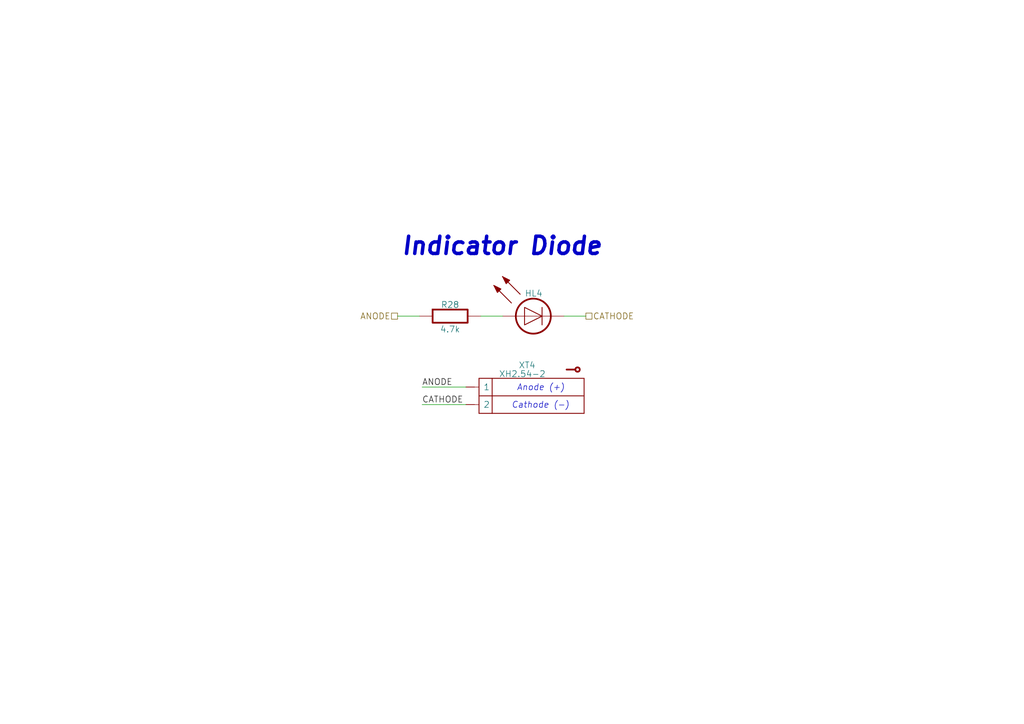
<source format=kicad_sch>
(kicad_sch (version 20211123) (generator eeschema)
  (paper "A4")
  (lib_symbols
    (symbol "Connectors:XT_CONTACT_ARR2" (pin_numbers hide) (pin_names (offset 2.54))
      (property "Reference" "XT" (at -12.7 7.62 0))
      (property "Value" "Connectors_XT_CONTACT_ARR2" (at -12.7 -7.62 0))
      (symbol "XT_CONTACT_ARR2_0_1"
        (polyline (pts (xy -17.78 -2.54) (xy -13.97 -2.54)))
        (polyline (pts (xy -17.78 2.54) (xy -13.97 2.54)))
        (polyline (pts (xy -13.97 -5.08) (xy 16.51 -5.08)) (stroke (width 0.254)))
        (polyline (pts (xy -13.97 0) (xy 16.51 0)) (stroke (width 0.254)))
        (polyline (pts (xy -13.97 5.08) (xy -13.97 -5.08)) (stroke (width 0.254)))
        (polyline (pts (xy -13.97 5.08) (xy 16.51 5.08)) (stroke (width 0.254)))
        (polyline (pts (xy -10.16 5.08) (xy -10.16 -5.08)) (stroke (width 0.254)))
        (polyline (pts (xy 13.97 7.62) (xy 11.43 7.62)) (stroke (width 0.508)))
        (polyline (pts (xy 16.51 5.08) (xy 16.51 -5.08)) (stroke (width 0.254)))
        (circle (center 14.605 7.62) (radius 0.635) (stroke (width 0.508)))
      )
      (symbol "XT_CONTACT_ARR2_1_1"
        (pin passive line (at -17.78 2.54 0) (length 2.54) (name "1") (number "1"))
        (pin passive line (at -17.78 -2.54 0) (length 2.54) (name "2") (number "2"))
      )
    )
    (symbol "Diodes:HL_LED" (pin_names (offset 0))
      (property "Reference" "HL" (at 0 7.62 0))
      (property "Value" "Diodes_HL_LED" (at 0 -7.62 0))
      (symbol "HL_LED_0_1"
        (polyline (pts (xy -6.35 3.81) (xy -11.43 8.89)) (stroke (width 0.254)))
        (polyline (pts (xy -3.81 6.35) (xy -8.89 11.43)) (stroke (width 0.254)))
        (polyline (pts (xy 8.89 0) (xy -8.89 0)))
        (polyline (pts (xy -11.43 8.89) (xy -9.398 7.874) (xy -10.414 6.858) (xy -11.43 8.89)) (stroke (width 0.254)) (fill (type outline)))
        (polyline (pts (xy -8.89 11.43) (xy -6.858 10.414) (xy -7.874 9.398) (xy -8.89 11.43)) (stroke (width 0.254)) (fill (type outline)))
        (polyline (pts (xy 2.54 2.54) (xy 2.54 0) (xy -2.54 2.54) (xy -2.54 -2.54) (xy 2.54 0) (xy 2.54 -2.54)) (stroke (width 0.254)))
        (circle (center 0 0) (radius 5.08) (stroke (width 0.508)))
      )
      (symbol "HL_LED_1_1"
        (pin passive line (at -8.89 0 0) (length 2.54) hide (name "A") (number "1"))
        (pin passive line (at 8.89 0 180) (length 2.54) hide (name "C") (number "2"))
      )
    )
    (symbol "R_RES_15" (pin_names (offset 0))
      (property "Reference" "R" (at 0 3.81 0))
      (property "Value" "R_RES_15" (at 0 -3.81 0))
      (symbol "R_RES_15_0_1"
        (rectangle (start -5.08 1.905) (end 5.08 -1.905) (stroke (width 0.508)))
        (polyline (pts (xy -8.89 0) (xy -5.08 0)))
        (polyline (pts (xy 5.08 0) (xy 8.89 0)))
      )
      (symbol "R_RES_15_1_1"
        (pin passive line (at -8.89 0 0) (length 2.54) hide (name "~") (number "1"))
        (pin passive line (at 8.89 0 180) (length 2.54) hide (name "~") (number "2"))
      )
    )
  )
  (wire (pts (xy 139.446 91.694) (xy 145.796 91.694)))
  (wire (pts (xy 169.926 91.694) (xy 163.576 91.694)))
  (wire (pts (xy 122.428 117.348) (xy 135.128 117.348)))
  (wire (pts (xy 121.666 91.694) (xy 115.316 91.694)))
  (wire (pts (xy 122.428 112.268) (xy 135.128 112.268)))
  (text "Anode (+)" (at 149.86 113.538 0) (effects (font (size 1.778 1.778) italic) (justify left bottom)))
  (text "Cathode (-)" (at 148.336 118.618 0) (effects (font (size 1.778 1.778) italic) (justify left bottom)))
  (text "Indicator Diode" (at 116.078 74.422 0) (effects (font (size 5.0038 5.0038) (thickness 1.0008) bold italic) (justify left bottom)))
  (label "ANODE" (at 122.428 112.268 0) (effects (font (size 1.778 1.778))))
  (label "CATHODE" (at 122.428 117.348 0) (effects (font (size 1.778 1.778))))
  (hierarchical_label "ANODE" (shape passive) (at 115.316 91.694 180) (effects (font (size 1.778 1.778))))
  (hierarchical_label "CATHODE" (shape passive) (at 169.926 91.694 0) (effects (font (size 1.778 1.778))))
  (symbol (lib_id "Connectors:XT_CONTACT_ARR2") (at 152.908 114.808 0) (unit 1)
    (property "Reference" "XT4" (at 150.368 105.918 0) (effects (font (size 1.778 1.778)) (justify left)))
    (property "Value" "XH2.54-2" (at 144.653 108.458 0) (effects (font (size 1.778 1.778)) (justify left)))
    (property "Footprint" "Connector_JST:JST_XA_B02B-XASK-1_1x02_P2.50mm_Vertical" (effects hide))
  )
  (symbol (lib_name "R_RES_15") (lib_id "Resistors:R_RES") (at 130.556 91.694 0) (unit 1)
    (property "Reference" "R28" (at 130.556 88.392 0) (effects (font (size 1.778 1.778))))
    (property "Value" "4.7k" (at 130.556 95.504 0) (effects (font (size 1.778 1.778))))
    (property "Footprint" "Resistor_SMD:R_0603_1608Metric" (effects hide))
  )
  (symbol (lib_id "Diodes:HL_LED") (at 154.686 91.694 0) (unit 1)
    (property "Reference" "HL4" (at 152.146 85.09 0) (effects (font (size 1.778 1.778)) (justify left)))
    (property "Footprint" "LED_SMD:LED_0603_1608Metric" (effects hide))
  )
)
</source>
